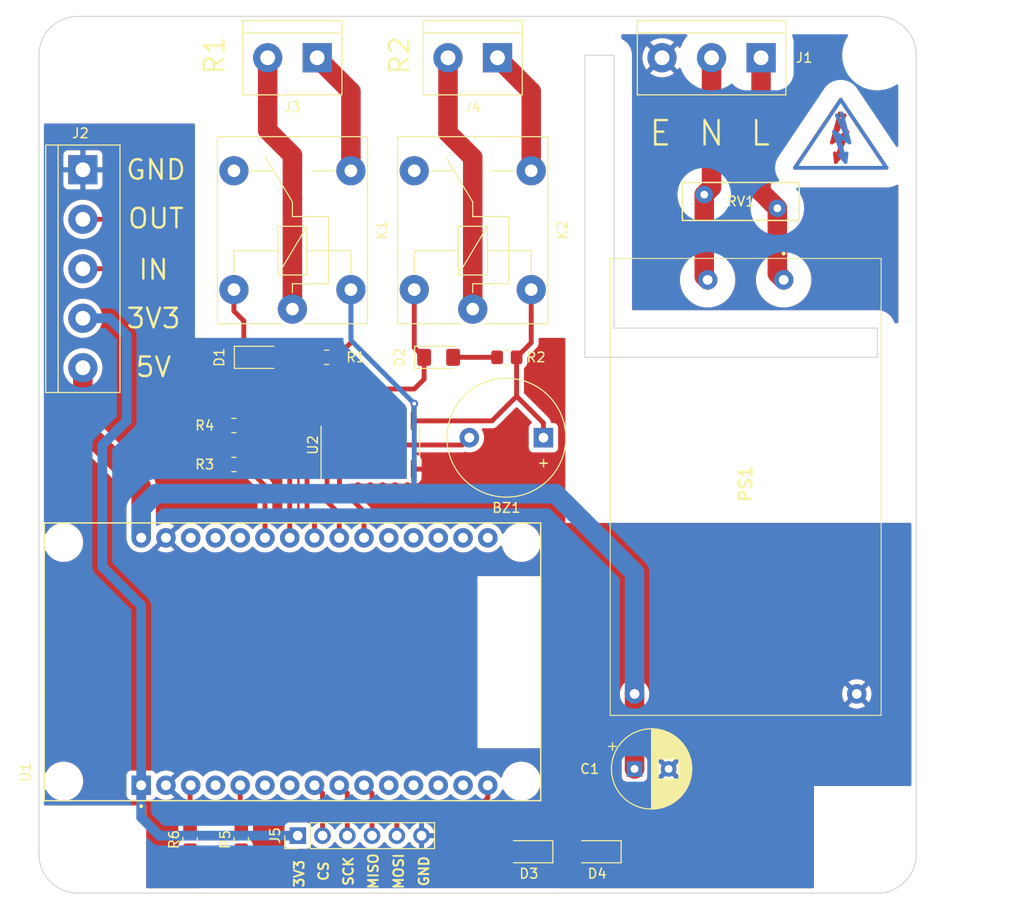
<source format=kicad_pcb>
(kicad_pcb (version 20211014) (generator pcbnew)
  (layers (0 "F.Cu" signal) (31 "B.Cu" signal) (34 "B.Paste" user) (35 "F.Paste" user) (36 "B.SilkS" user "B.Silkscreen") (37 "F.SilkS" user "F.Silkscreen") (38 "B.Mask" user) (39 "F.Mask" user) (44 "Edge.Cuts" user))
  (net 0 "")
  (net 14 "Earth_Clean")
  (net 16 "GND")
  (net 17 "+5V")
  (net 18 "+3V3")
  (net 19 "O2")
  (net 20 "Net-(D1-Pad2)")
  (net 21 "O1")
  (net 22 "Net-(D2-Pad2)")
  (net 23 "O3")
  (net 24 "Net-(J2-Pad3)")
  (net 25 "Net-(J3-Pad1)")
  (net 26 "Net-(J3-Pad2)")
  (net 27 "motorDrive_Input")
  (net 29 "Relay1")
  (net 30 "Relay2")
  (net 31 "Net-(J4-Pad1)")
  (net 40 "Net-(J4-Pad2)")
  (net 41 "Buzz")
  (net 42 "Inp{slash}Out_Pin")
  (net 43 "CS")
  (net 44 "SCK")
  (net 45 "MISO")
  (net 46 "MOSI")
  (net 47 "SDA")
  (net 48 "SCL")
  (net 49 "/N")
  (net 50 "/L")
  (net 51 "Net-(U1-Pad5)")
  (net 52 "Net-(R6-Pad2)")
  (net 53 "Net-(R5-Pad1)")
  (net 54 "Net-(R6-Pad1)")
  (net 55 "Net-(J2-Pad2)")
  (footprint "Resistor_SMD:R_0805_2012Metric_Pad1.20x1.40mm_HandSolder" (layer "F.Cu") (at 70 102 180)
    (fp_text reference "R4" (at 3 0) (layer "F.SilkS"))
    (fp_text value "10R")
    (pad "1" smd roundrect (at -1 0 180) (size 1.2 1.4) (layers "F.Cu" "F.Paste" "F.Mask") (roundrect_rratio 0.2083333333) (net 42 "Inp{slash}Out_Pin"))
    (pad "2" smd roundrect (at 1 0 180) (size 1.2 1.4) (layers "F.Cu" "F.Paste" "F.Mask") (roundrect_rratio 0.2083333333) (net 55 "Net-(J2-Pad2)"))
  )
  (footprint "TerminalBlock:TerminalBlock_bornier-3_P5.08mm" (layer "F.Cu") (at 124.08 64.25 180)
    (fp_text reference "J1" (at -4.42 0) (layer "F.SilkS"))
    (fp_text value "Conn_01x03")
    (pad "1" thru_hole rect (at 0 0 180) (size 3 3) (drill 1.52) (layers *.Cu *.Mask) (net 50 "/L"))
    (pad "2" thru_hole circle (at 5.08 0 180) (size 3 3) (drill 1.52) (layers *.Cu *.Mask) (net 49 "/N"))
    (pad "3" thru_hole circle (at 10.16 0 180) (size 3 3) (drill 1.52) (layers *.Cu *.Mask) (net 14 "Earth_Clean"))
  )
  (footprint "LED_SMD:LED_1206_3216Metric_Pad1.42x1.75mm_HandSolder" (layer "F.Cu") (at 72.5 95)
    (fp_text reference "D1" (at -4 0 90) (layer "F.SilkS"))
    (fp_text value "LED")
    (pad "1" smd roundrect (at -1.4875 0) (size 1.425 1.75) (layers "F.Cu" "F.Paste" "F.Mask") (roundrect_rratio 0.1754392982) (net 21 "O1"))
    (pad "2" smd roundrect (at 1.4875 0) (size 1.425 1.75) (layers "F.Cu" "F.Paste" "F.Mask") (roundrect_rratio 0.1754392982) (net 20 "Net-(D1-Pad2)"))
  )
  (footprint "Connector_PinHeader_2.54mm:PinHeader_1x06_P2.54mm_Vertical" (layer "F.Cu") (at 76.55 144.1 90)
    (fp_text reference "J5" (at 0 -2.33 90) (layer "F.SilkS"))
    (fp_text value "SPI")
    (pad "1" thru_hole rect (at 0 0 90) (size 1.7 1.7) (drill 1) (layers *.Cu *.Mask) (net 18 "+3V3"))
    (pad "2" thru_hole oval (at 0 2.54 90) (size 1.7 1.7) (drill 1) (layers *.Cu *.Mask) (net 43 "CS"))
    (pad "3" thru_hole oval (at 0 5.08 90) (size 1.7 1.7) (drill 1) (layers *.Cu *.Mask) (net 44 "SCK"))
    (pad "4" thru_hole oval (at 0 7.62 90) (size 1.7 1.7) (drill 1) (layers *.Cu *.Mask) (net 45 "MISO"))
    (pad "5" thru_hole oval (at 0 10.16 90) (size 1.7 1.7) (drill 1) (layers *.Cu *.Mask) (net 46 "MOSI"))
    (pad "6" thru_hole oval (at 0 12.7 90) (size 1.7 1.7) (drill 1) (layers *.Cu *.Mask) (net 16 "GND"))
  )
  (footprint "Resistor_SMD:R_0805_2012Metric_Pad1.20x1.40mm_HandSolder" (layer "F.Cu") (at 65.5 144.5 90)
    (fp_text reference "R6" (at 0 -1.65 90) (layer "F.SilkS"))
    (fp_text value "330R")
    (pad "1" smd roundrect (at -1 0 90) (size 1.2 1.4) (layers "F.Cu" "F.Paste" "F.Mask") (roundrect_rratio 0.2083333333) (net 54 "Net-(R6-Pad1)"))
    (pad "2" smd roundrect (at 1 0 90) (size 1.2 1.4) (layers "F.Cu" "F.Paste" "F.Mask") (roundrect_rratio 0.2083333333) (net 52 "Net-(R6-Pad2)"))
  )
  (footprint "Resistor_SMD:R_0805_2012Metric_Pad1.20x1.40mm_HandSolder" (layer "F.Cu") (at 98 95)
    (fp_text reference "R2" (at 3 0) (layer "F.SilkS"))
    (fp_text value "1K")
    (pad "1" smd roundrect (at -1 0) (size 1.2 1.4) (layers "F.Cu" "F.Paste" "F.Mask") (roundrect_rratio 0.2083333333) (net 22 "Net-(D2-Pad2)"))
    (pad "2" smd roundrect (at 1 0) (size 1.2 1.4) (layers "F.Cu" "F.Paste" "F.Mask") (roundrect_rratio 0.2083333333) (net 17 "+5V"))
  )
  (footprint "ESP32-DEVKIT-V1:MODULE_ESP32_DEVKIT_V1" (layer "F.Cu") (at 76 126.2275 90)
    (fp_text reference "U1" (at -11.355 -27.36 90) (layer "F.SilkS"))
    (fp_text value "ESP32-DEVKIT-V1")
    (pad "" np_thru_hole circle (at -12.28 23.475 90) (size 3 3) (drill 3) (layers *.Cu *.Mask))
    (pad "" np_thru_hole circle (at 12.23 23.475 90) (size 3 3) (drill 3) (layers *.Cu *.Mask))
    (pad "" np_thru_hole circle (at 12.23 -23.475 90) (size 3 3) (drill 3) (layers *.Cu *.Mask))
    (pad "" np_thru_hole circle (at -12.28 -23.475 90) (size 3 3) (drill 3) (layers *.Cu *.Mask))
    (pad "1" thru_hole rect (at -12.7 -15.515 90) (size 2 2) (drill 1.02) (layers *.Cu *.Mask) (net 18 "+3V3"))
    (pad "2" thru_hole circle (at -12.7 -12.975 90) (size 2 2) (drill 1.02) (layers *.Cu *.Mask) (net 16 "GND"))
    (pad "3" thru_hole circle (at -12.7 -10.435 90) (size 2 2) (drill 1.02) (layers *.Cu *.Mask) (net 52 "Net-(R6-Pad2)"))
    (pad "4" thru_hole circle (at -12.7 -7.895 90) (size 2 2) (drill 1.02) (layers *.Cu *.Mask))
    (pad "5" thru_hole circle (at -12.7 -5.355 90) (size 2 2) (drill 1.02) (layers *.Cu *.Mask) (net 51 "Net-(U1-Pad5)"))
    (pad "6" thru_hole circle (at -12.7 -2.815 90) (size 2 2) (drill 1.02) (layers *.Cu *.Mask))
    (pad "7" thru_hole circle (at -12.7 -0.275 90) (size 2 2) (drill 1.02) (layers *.Cu *.Mask))
    (pad "8" thru_hole circle (at -12.7 2.265 90) (size 2 2) (drill 1.02) (layers *.Cu *.Mask) (net 43 "CS"))
    (pad "9" thru_hole circle (at -12.7 4.805 90) (size 2 2) (drill 1.02) (layers *.Cu *.Mask) (net 44 "SCK"))
    (pad "10" thru_hole circle (at -12.7 7.345 90) (size 2 2) (drill 1.02) (layers *.Cu *.Mask) (net 45 "MISO"))
    (pad "11" thru_hole circle (at -12.7 9.885 90) (size 2 2) (drill 1.02) (layers *.Cu *.Mask) (net 47 "SDA"))
    (pad "12" thru_hole circle (at -12.7 12.425 90) (size 2 2) (drill 1.02) (layers *.Cu *.Mask))
    (pad "13" thru_hole circle (at -12.7 14.965 90) (size 2 2) (drill 1.02) (layers *.Cu *.Mask))
    (pad "14" thru_hole circle (at -12.7 17.505 90) (size 2 2) (drill 1.02) (layers *.Cu *.Mask) (net 48 "SCL"))
    (pad "15" thru_hole circle (at -12.7 20.045 90) (size 2 2) (drill 1.02) (layers *.Cu *.Mask) (net 46 "MOSI"))
    (pad "16" thru_hole circle (at 12.7 20.045 90) (size 2 2) (drill 1.02) (layers *.Cu *.Mask))
    (pad "17" thru_hole circle (at 12.7 17.505 90) (size 2 2) (drill 1.02) (layers *.Cu *.Mask))
    (pad "18" thru_hole circle (at 12.7 14.965 90) (size 2 2) (drill 1.02) (layers *.Cu *.Mask))
    (pad "19" thru_hole circle (at 12.7 12.425 90) (size 2 2) (drill 1.02) (layers *.Cu *.Mask))
    (pad "20" thru_hole circle (at 12.7 9.885 90) (size 2 2) (drill 1.02) (layers *.Cu *.Mask))
    (pad "21" thru_hole circle (at 12.7 7.345 90) (size 2 2) (drill 1.02) (layers *.Cu *.Mask) (net 30 "Relay2"))
    (pad "22" thru_hole circle (at 12.7 4.805 90) (size 2 2) (drill 1.02) (layers *.Cu *.Mask) (net 29 "Relay1"))
    (pad "23" thru_hole circle (at 12.7 2.265 90) (size 2 2) (drill 1.02) (layers *.Cu *.Mask) (net 41 "Buzz"))
    (pad "24" thru_hole circle (at 12.7 -0.275 90) (size 2 2) (drill 1.02) (layers *.Cu *.Mask) (net 42 "Inp{slash}Out_Pin"))
    (pad "25" thru_hole circle (at 12.7 -2.815 90) (size 2 2) (drill 1.02) (layers *.Cu *.Mask) (net 27 "motorDrive_Input"))
    (pad "26" thru_hole circle (at 12.7 -5.355 90) (size 2 2) (drill 1.02) (layers *.Cu *.Mask))
    (pad "27" thru_hole circle (at 12.7 -7.895 90) (size 2 2) (drill 1.02) (layers *.Cu *.Mask))
    (pad "28" thru_hole circle (at 12.7 -10.435 90) (size 2 2) (drill 1.02) (layers *.Cu *.Mask))
    (pad "29" thru_hole circle (at 12.7 -12.975 90) (size 2 2) (drill 1.02) (layers *.Cu *.Mask) (net 16 "GND"))
    (pad "30" thru_hole circle (at 12.7 -15.515 90) (size 2 2) (drill 1.02) (layers *.Cu *.Mask) (net 17 "+5V"))
    (zone (net 0) (net_name "") (layer "F.Cu") (connect_pads (clearance 0)) (min_thickness 0.01)
      (keepout (tracks not_allowed) (vias not_allowed) (pads not_allowed) (copperpour not_allowed) (footprints allowed))
      (fill (thermal_gap 0.508) (thermal_bridge_width 0.508))
      (polygon (pts (xy 94.985 135.1375) (xy 94.985 117.4475) (xy 101.475 117.4475) (xy 101.475 135.1375)))
    )
    (zone (net 0) (net_name "") (layer "B.Cu") (connect_pads (clearance 0)) (min_thickness 0.01)
      (keepout (tracks not_allowed) (vias not_allowed) (pads not_allowed) (copperpour not_allowed) (footprints allowed))
      (fill (thermal_gap 0.508) (thermal_bridge_width 0.508))
      (polygon (pts (xy 94.985 135.1375) (xy 94.985 117.4475) (xy 101.475 117.4475) (xy 101.475 135.1375)))
    )
  )
  (footprint "Capacitor_THT:CP_Radial_D8.0mm_P3.50mm" (layer "F.Cu") (at 111.097349 137.25)
    (fp_text reference "C1" (at -4.597349 0) (layer "F.SilkS"))
    (fp_text value "220uF")
    (pad "1" thru_hole rect (at 0 0) (size 1.6 1.6) (drill 0.8) (layers *.Cu *.Mask) (net 17 "+5V"))
    (pad "2" thru_hole circle (at 3.5 0) (size 1.6 1.6) (drill 0.8) (layers *.Cu *.Mask) (net 16 "GND"))
  )
  (footprint "MountingHole:MountingHole_3.5mm" (layer "F.Cu") (at 136 146)
    (fp_text reference "H2" hide)
    (fp_text value "MountingHole")
    (pad "" np_thru_hole circle (at 0 0) (size 3.5 3.5) (drill 3.5) (layers *.Cu *.Mask))
  )
  (footprint "Varistor:RV_Disc_D12mm_W3.9mm_P7.5mm" (layer "F.Cu") (at 125.75 79.7 180)
    (fp_text reference "RV1" (at 3.75 0.7) (layer "F.SilkS"))
    (fp_text value "Varistor")
    (pad "1" thru_hole circle (at 0 0 180) (size 1.8 1.8) (drill 0.8) (layers *.Cu *.Mask) (net 50 "/L"))
    (pad "2" thru_hole circle (at 7.5 1.4 180) (size 1.8 1.8) (drill 0.8) (layers *.Cu *.Mask) (net 49 "/N"))
  )
  (footprint "Relay_THT:Relay_SPDT_Finder_36.11" (layer "F.Cu") (at 94.5 90.05 90)
    (fp_text reference "K2" (at 8.1 9.2 90) (layer "F.SilkS"))
    (fp_text value "FINDER-36.11")
    (pad "11" thru_hole circle (at 0 0 90) (size 3 3) (drill 1.3) (layers *.Cu *.Mask) (net 40 "Net-(J4-Pad2)"))
    (pad "12" thru_hole circle (at 14.2 -6 90) (size 3 3) (drill 1.3) (layers *.Cu *.Mask))
    (pad "14" thru_hole circle (at 14.2 6 90) (size 3 3) (drill 1.3) (layers *.Cu *.Mask) (net 31 "Net-(J4-Pad1)"))
    (pad "A1" thru_hole circle (at 2 6 90) (size 3 3) (drill 1.3) (layers *.Cu *.Mask) (net 17 "+5V"))
    (pad "A2" thru_hole circle (at 2 -6 90) (size 3 3) (drill 1.3) (layers *.Cu *.Mask) (net 19 "O2"))
  )
  (footprint "LED_SMD:LED_1206_3216Metric_Pad1.42x1.75mm_HandSolder" (layer "F.Cu") (at 91 95)
    (fp_text reference "D2" (at -4 0 90) (layer "F.SilkS"))
    (fp_text value "LED")
    (pad "1" smd roundrect (at -1.4875 0) (size 1.425 1.75) (layers "F.Cu" "F.Paste" "F.Mask") (roundrect_rratio 0.1754392982) (net 19 "O2"))
    (pad "2" smd roundrect (at 1.4875 0) (size 1.425 1.75) (layers "F.Cu" "F.Paste" "F.Mask") (roundrect_rratio 0.1754392982) (net 22 "Net-(D2-Pad2)"))
  )
  (footprint "MountingHole:MountingHole_3.5mm" (layer "F.Cu") (at 54 146)
    (fp_text reference "H4" hide)
    (fp_text value "MountingHole")
    (pad "" np_thru_hole circle (at 0 0) (size 3.5 3.5) (drill 3.5) (layers *.Cu *.Mask))
  )
  (footprint "LED_SMD:LED_1206_3216Metric_Pad1.42x1.75mm_HandSolder" (layer "F.Cu") (at 107.2625 145.75 180)
    (fp_text reference "D4" (at 0 -2.25) (layer "F.SilkS"))
    (fp_text value "LED")
    (pad "1" smd roundrect (at -1.4875 0 180) (size 1.425 1.75) (layers "F.Cu" "F.Paste" "F.Mask") (roundrect_rratio 0.1754392982) (net 16 "GND"))
    (pad "2" smd roundrect (at 1.4875 0 180) (size 1.425 1.75) (layers "F.Cu" "F.Paste" "F.Mask") (roundrect_rratio 0.1754392982) (net 54 "Net-(R6-Pad1)"))
  )
  (footprint "MountingHole:MountingHole_3.5mm" (layer "F.Cu") (at 136 64)
    (fp_text reference "H3" hide)
    (fp_text value "MountingHole")
    (pad "" np_thru_hole circle (at 0 0) (size 3.5 3.5) (drill 3.5) (layers *.Cu *.Mask))
  )
  (footprint "MountingHole:MountingHole_3.5mm" (layer "F.Cu") (at 54 64)
    (fp_text reference "H1" hide)
    (fp_text value "MountingHole")
    (pad "" np_thru_hole circle (at 0 0) (size 3.5 3.5) (drill 3.5) (layers *.Cu *.Mask))
  )
  (footprint "Resistor_SMD:R_0805_2012Metric_Pad1.20x1.40mm_HandSolder" (layer "F.Cu") (at 70 106 180)
    (fp_text reference "R3" (at 3 0) (layer "F.SilkS"))
    (fp_text value "10R")
    (pad "1" smd roundrect (at -1 0 180) (size 1.2 1.4) (layers "F.Cu" "F.Paste" "F.Mask") (roundrect_rratio 0.2083333333) (net 27 "motorDrive_Input"))
    (pad "2" smd roundrect (at 1 0 180) (size 1.2 1.4) (layers "F.Cu" "F.Paste" "F.Mask") (roundrect_rratio 0.2083333333) (net 24 "Net-(J2-Pad3)"))
  )
  (footprint "Package_SO:SOIC-16_3.9x9.9mm_P1.27mm" (layer "F.Cu") (at 84 104 90)
    (fp_text reference "U2" (at 0 -5.9 90) (layer "F.SilkS"))
    (fp_text value "ULN2003A")
    (pad "1" smd roundrect (at -2.475 -4.445 90) (size 1.95 0.6) (layers "F.Cu" "F.Paste" "F.Mask") (net 29 "Relay1"))
    (pad "2" smd roundrect (at -2.475 -3.175 90) (size 1.95 0.6) (layers "F.Cu" "F.Paste" "F.Mask") (net 30 "Relay2"))
    (pad "3" smd roundrect (at -2.475 -1.905 90) (size 1.95 0.6) (layers "F.Cu" "F.Paste" "F.Mask") (net 41 "Buzz"))
    (pad "4" smd roundrect (at -2.475 -0.635 90) (size 1.95 0.6) (layers "F.Cu" "F.Paste" "F.Mask"))
    (pad "5" smd roundrect (at -2.475 0.635 90) (size 1.95 0.6) (layers "F.Cu" "F.Paste" "F.Mask"))
    (pad "6" smd roundrect (at -2.475 1.905 90) (size 1.95 0.6) (layers "F.Cu" "F.Paste" "F.Mask"))
    (pad "7" smd roundrect (at -2.475 3.175 90) (size 1.95 0.6) (layers "F.Cu" "F.Paste" "F.Mask"))
    (pad "8" smd roundrect (at -2.475 4.445 90) (size 1.95 0.6) (layers "F.Cu" "F.Paste" "F.Mask") (net 16 "GND"))
    (pad "9" smd roundrect (at 2.475 4.445 90) (size 1.95 0.6) (layers "F.Cu" "F.Paste" "F.Mask") (net 17 "+5V"))
    (pad "10" smd roundrect (at 2.475 3.175 90) (size 1.95 0.6) (layers "F.Cu" "F.Paste" "F.Mask"))
    (pad "11" smd roundrect (at 2.475 1.905 90) (size 1.95 0.6) (layers "F.Cu" "F.Paste" "F.Mask"))
    (pad "12" smd roundrect (at 2.475 0.635 90) (size 1.95 0.6) (layers "F.Cu" "F.Paste" "F.Mask"))
    (pad "13" smd roundrect (at 2.475 -0.635 90) (size 1.95 0.6) (layers "F.Cu" "F.Paste" "F.Mask"))
    (pad "14" smd roundrect (at 2.475 -1.905 90) (size 1.95 0.6) (layers "F.Cu" "F.Paste" "F.Mask") (net 23 "O3"))
    (pad "15" smd roundrect (at 2.475 -3.175 90) (size 1.95 0.6) (layers "F.Cu" "F.Paste" "F.Mask") (net 19 "O2"))
    (pad "16" smd roundrect (at 2.475 -4.445 90) (size 1.95 0.6) (layers "F.Cu" "F.Paste" "F.Mask") (net 21 "O1"))
  )
  (footprint "Buzzer_Beeper:Buzzer_12x9.5RM7.6" (layer "F.Cu") (at 101.75 103.25 180)
    (fp_text reference "BZ1" (at 3.8 -7.2) (layer "F.SilkS"))
    (fp_text value "Buzzer")
    (fp_text user "+" (at -0.01 -2.54) (layer "F.SilkS"))
    (pad "1" thru_hole rect (at 0 0 180) (size 2 2) (drill 1) (layers *.Cu *.Mask) (net 17 "+5V"))
    (pad "2" thru_hole circle (at 7.6 0 180) (size 2 2) (drill 1) (layers *.Cu *.Mask) (net 23 "O3"))
  )
  (footprint "Resistor_SMD:R_0805_2012Metric_Pad1.20x1.40mm_HandSolder" (layer "F.Cu") (at 79.5 95)
    (fp_text reference "R1" (at 3 0) (layer "F.SilkS"))
    (fp_text value "1K")
    (pad "1" smd roundrect (at -1 0) (size 1.2 1.4) (layers "F.Cu" "F.Paste" "F.Mask") (roundrect_rratio 0.2083333333) (net 20 "Net-(D1-Pad2)"))
    (pad "2" smd roundrect (at 1 0) (size 1.2 1.4) (layers "F.Cu" "F.Paste" "F.Mask") (roundrect_rratio 0.2083333333) (net 17 "+5V"))
  )
  (footprint "LED_SMD:LED_1206_3216Metric_Pad1.42x1.75mm_HandSolder" (layer "F.Cu") (at 100.2625 145.75 180)
    (fp_text reference "D3" (at 0 -2.25) (layer "F.SilkS"))
    (fp_text value "LED")
    (pad "1" smd roundrect (at -1.4875 0 180) (size 1.425 1.75) (layers "F.Cu" "F.Paste" "F.Mask") (roundrect_rratio 0.1754392982) (net 16 "GND"))
    (pad "2" smd roundrect (at 1.4875 0 180) (size 1.425 1.75) (layers "F.Cu" "F.Paste" "F.Mask") (roundrect_rratio 0.1754392982) (net 53 "Net-(R5-Pad1)"))
  )
  (footprint "Relay_THT:Relay_SPDT_Finder_36.11" (layer "F.Cu") (at 76 90.05 90)
    (fp_text reference "K1" (at 8.1 9.2 90) (layer "F.SilkS"))
    (fp_text value "FINDER-36.11")
    (pad "11" thru_hole circle (at 0 0 90) (size 3 3) (drill 1.3) (layers *.Cu *.Mask) (net 26 "Net-(J3-Pad2)"))
    (pad "12" thru_hole circle (at 14.2 -6 90) (size 3 3) (drill 1.3) (layers *.Cu *.Mask))
    (pad "14" thru_hole circle (at 14.2 6 90) (size 3 3) (drill 1.3) (layers *.Cu *.Mask) (net 25 "Net-(J3-Pad1)"))
    (pad "A1" thru_hole circle (at 2 6 90) (size 3 3) (drill 1.3) (layers *.Cu *.Mask) (net 17 "+5V"))
    (pad "A2" thru_hole circle (at 2 -6 90) (size 3 3) (drill 1.3) (layers *.Cu *.Mask) (net 21 "O1"))
  )
  (footprint "TerminalBlock:TerminalBlock_bornier-2_P5.08mm" (layer "F.Cu") (at 97.04 64.25 180)
    (fp_text reference "J4" (at 2.54 -5.08) (layer "F.SilkS"))
    (fp_text value "Conn_01x02")
    (pad "1" thru_hole rect (at 0 0 180) (size 3 3) (drill 1.52) (layers *.Cu *.Mask) (net 31 "Net-(J4-Pad1)"))
    (pad "2" thru_hole circle (at 5.08 0 180) (size 3 3) (drill 1.52) (layers *.Cu *.Mask) (net 40 "Net-(J4-Pad2)"))
  )
  (footprint "Symbol:Symbol_HighVoltage_Type2_CopperTop_VerySmall" (layer "F.Cu") (at 132.25 72.75)
    (fp_text reference "REF**" hide)
    (fp_text value "Symbol_HighVoltage_Type2_CopperTop_VerySmall")
    (fp_line (start 4.699 2.794) (end -4.699 2.794) (layer "F.Cu") (width 0.381))
    (fp_line (start -0.89916 0.20066) (end 0.40132 -2.60096) (layer "F.Cu") (width 0.381))
    (fp_line (start -0.09906 -2.79908) (end -0.89916 0.20066) (layer "F.Cu") (width 0.381))
    (fp_line (start -0.89916 0.20066) (end 0.29972 -0.59944) (layer "F.Cu") (width 0.381))
    (fp_line (start 0.29972 -0.59944) (end -0.49784 2.19964) (layer "F.Cu") (width 0.381))
    (fp_line (start -0.49784 2.19964) (end -0.59944 1.30048) (layer "F.Cu") (width 0.381))
    (fp_line (start -0.49784 2.19964) (end 0.70104 -0.89916) (layer "F.Cu") (width 0.381))
    (fp_line (start -4.699 2.794) (end 0 -4.191) (layer "F.Cu") (width 0.381))
    (fp_line (start 0.70104 -0.89916) (end 0.1016 -0.50038) (layer "F.Cu") (width 0.381))
    (fp_line (start -0.49784 2.19964) (end 0.1016 1.50114) (layer "F.Cu") (width 0.381))
    (fp_line (start 0 -4.191) (end 4.699 2.794) (layer "F.Cu") (width 0.381))
  )
  (footprint "TerminalBlock:TerminalBlock_bornier-5_P5.08mm" (layer "F.Cu") (at 54.5 75.75 -90)
    (fp_text reference "J2" (at -3.75 0.25 180) (layer "F.SilkS"))
    (fp_text value "Conn_01x05")
    (pad "1" thru_hole rect (at 0 0 270) (size 3 3) (drill 1.52) (layers *.Cu *.Mask) (net 16 "GND"))
    (pad "2" thru_hole circle (at 5.08 0 270) (size 3 3) (drill 1.52) (layers *.Cu *.Mask) (net 55 "Net-(J2-Pad2)"))
    (pad "3" thru_hole circle (at 10.16 0 270) (size 3 3) (drill 1.52) (layers *.Cu *.Mask) (net 24 "Net-(J2-Pad3)"))
    (pad "4" thru_hole circle (at 15.24 0 270) (size 3 3) (drill 1.52) (layers *.Cu *.Mask) (net 18 "+3V3"))
    (pad "5" thru_hole circle (at 20.32 0 270) (size 3 3) (drill 1.52) (layers *.Cu *.Mask) (net 17 "+5V"))
  )
  (footprint "HLK-10M05:HLK10M05" (layer "F.Cu") (at 126.4 87.05 -90)
    (fp_text reference "PS1" (at 20.95 3.9 90) (layer "F.SilkS") (effects (font (size 1.27 1.27) (thickness 0.254))))
    (fp_text value "HLK-10M05" hide)
    (pad "1" thru_hole circle (at 0 0 270) (size 2 2) (drill 1) (layers *.Cu *.Mask) (net 50 "/L"))
    (pad "2" thru_hole circle (at 0 7.8 270) (size 2 2) (drill 1) (layers *.Cu *.Mask) (net 49 "/N"))
    (pad "3" thru_hole circle (at 42.5 -7.5 270) (size 2 2) (drill 1) (layers *.Cu *.Mask) (net 16 "GND"))
    (pad "4" thru_hole circle (at 42.5 15.3 270) (size 2 2) (drill 1) (layers *.Cu *.Mask) (net 17 "+5V"))
  )
  (footprint "Resistor_SMD:R_0805_2012Metric_Pad1.20x1.40mm_HandSolder" (layer "F.Cu") (at 70.75 144.5 90)
    (fp_text reference "R5" (at 0 -1.65 90) (layer "F.SilkS"))
    (fp_text value "330R")
    (pad "1" smd roundrect (at -1 0 90) (size 1.2 1.4) (layers "F.Cu" "F.Paste" "F.Mask") (roundrect_rratio 0.2083333333) (net 53 "Net-(R5-Pad1)"))
    (pad "2" smd roundrect (at 1 0 90) (size 1.2 1.4) (layers "F.Cu" "F.Paste" "F.Mask") (roundrect_rratio 0.2083333333) (net 51 "Net-(U1-Pad5)"))
  )
  (footprint "TerminalBlock:TerminalBlock_bornier-2_P5.08mm" (layer "F.Cu") (at 78.54 64.25 180)
    (fp_text reference "J3" (at 2.54 -5.08) (layer "F.SilkS"))
    (fp_text value "Conn_01x02")
    (pad "1" thru_hole rect (at 0 0 180) (size 3 3) (drill 1.52) (layers *.Cu *.Mask) (net 25 "Net-(J3-Pad1)"))
    (pad "2" thru_hole circle (at 5.08 0 180) (size 3 3) (drill 1.52) (layers *.Cu *.Mask) (net 26 "Net-(J3-Pad2)"))
  )
  (footprint "Symbol:Symbol_HighVoltage_Type2_CopperTop_VerySmall" (layer "B.Cu") (at 132.25 72.75 180)
    (fp_text reference "REF**" hide)
    (fp_text value "Symbol_HighVoltage_Type2_CopperTop_VerySmall")
    (fp_line (start -0.49784 -2.19964) (end 0.1016 -1.50114) (layer "B.Cu") (width 0.381))
    (fp_line (start -0.09906 2.79908) (end -0.89916 -0.20066) (layer "B.Cu") (width 0.381))
    (fp_line (start -4.699 -2.794) (end 0 4.191) (layer "B.Cu") (width 0.381))
    (fp_line (start -0.89916 -0.20066) (end 0.29972 0.59944) (layer "B.Cu") (width 0.381))
    (fp_line (start 0.29972 0.59944) (end -0.49784 -2.19964) (layer "B.Cu") (width 0.381))
    (fp_line (start 0 4.191) (end 4.699 -2.794) (layer "B.Cu") (width 0.381))
    (fp_line (start -0.49784 -2.19964) (end 0.70104 0.89916) (layer "B.Cu") (width 0.381))
    (fp_line (start 0.70104 0.89916) (end 0.1016 0.50038) (layer "B.Cu") (width 0.381))
    (fp_line (start 4.699 -2.794) (end -4.699 -2.794) (layer "B.Cu") (width 0.381))
    (fp_line (start -0.49784 -2.19964) (end -0.59944 -1.30048) (layer "B.Cu") (width 0.381))
    (fp_line (start -0.89916 -0.20066) (end 0.40132 2.60096) (layer "B.Cu") (width 0.381))
  )
  (gr_line (start 106 64) (end 109 64) (layer "Edge.Cuts") (width 0.1))
  (gr_arc (start 54 150) (mid 51.171573 148.828427) (end 50 146) (layer "Edge.Cuts") (width 0.1))
  (gr_arc (start 50 64) (mid 51.171573 61.171573) (end 54 60) (layer "Edge.Cuts") (width 0.1))
  (gr_arc (start 140 146) (mid 138.828427 148.828427) (end 136 150) (layer "Edge.Cuts") (width 0.1))
  (gr_line (start 136 92) (end 136 95) (layer "Edge.Cuts") (width 0.1))
  (gr_line (start 109 64) (end 109 92) (layer "Edge.Cuts") (width 0.1))
  (gr_line (start 106 95) (end 106 64) (layer "Edge.Cuts") (width 0.1))
  (gr_line (start 54 60) (end 136 60) (layer "Edge.Cuts") (width 0.1))
  (gr_line (start 136 150) (end 54 150) (layer "Edge.Cuts") (width 0.1))
  (gr_line (start 50 146) (end 50 64) (layer "Edge.Cuts") (width 0.1))
  (gr_line (start 140 64) (end 140 146) (layer "Edge.Cuts") (width 0.1))
  (gr_line (start 109 92) (end 136 92) (layer "Edge.Cuts") (width 0.1))
  (gr_arc (start 136 60) (mid 138.828427 61.171573) (end 140 64) (layer "Edge.Cuts") (width 0.1))
  (gr_line (start 136 95) (end 106 95) (layer "Edge.Cuts") (width 0.1))
  (gr_text "E" (at 113.75 72) (layer "F.SilkS") (effects (font (size 2.5 2.5) (thickness 0.25))))
  (gr_text "MOSI" (at 86.9 147.75 90) (layer "F.SilkS") (effects (font (size 1 1) (thickness 0.2))))
  (gr_text "OUT" (at 62 80.75) (layer "F.SilkS") (effects (font (size 2 2) (thickness 0.25))))
  (gr_text "IN" (at 61.75 86) (layer "F.SilkS") (effects (font (size 2 2) (thickness 0.25))))
  (gr_text "GND" (at 89.5 147.75 90) (layer "F.SilkS") (effects (font (size 1 1) (thickness 0.2))))
  (gr_text "N" (at 119 72) (layer "F.SilkS") (effects (font (size 2.5 2.5) (thickness 0.25))))
  (gr_text "3V3" (at 76.7 148 90) (layer "F.SilkS") (effects (font (size 1 1) (thickness 0.2))))
  (gr_text "MISO" (at 84.3 147.75 90) (layer "F.SilkS") (effects (font (size 1 1) (thickness 0.2))))
  (gr_text "L" (at 124 72) (layer "F.SilkS") (effects (font (size 2.5 2.5) (thickness 0.25))))
  (gr_text "3V3" (at 61.75 91) (layer "F.SilkS") (effects (font (size 2 2) (thickness 0.25))))
  (gr_text "SCK" (at 81.75 147.75 90) (layer "F.SilkS") (effects (font (size 1 1) (thickness 0.2))))
  (gr_text "R2" (at 87 64 90) (layer "F.SilkS") (effects (font (size 2 2) (thickness 0.25))))
  (gr_text "GND" (at 62 75.75) (layer "F.SilkS") (effects (font (size 2 2) (thickness 0.25))))
  (gr_text "5V" (at 61.75 96) (layer "F.SilkS") (effects (font (size 2 2) (thickness 0.25))))
  (gr_text "R1" (at 68 64 90) (layer "F.SilkS") (effects (font (size 2 2) (thickness 0.25))))
  (gr_text "CS" (at 79.2 147.75 90) (layer "F.SilkS") (effects (font (size 1 1) (thickness 0.2))))
  (segment (start 99 95) (end 99 99) (width 0.5) (layer "F.Cu") (net 17))
  (segment (start 88.445 99.805) (end 88.5 99.75) (width 0.5) (layer "F.Cu") (net 17))
  (segment (start 111.1 129.55) (end 111.1 137.247349) (width 2) (layer "F.Cu") (net 17))
  (segment (start 111.1 137.247349) (end 111.097349 137.25) (width 2) (layer "F.Cu") (net 17))
  (segment (start 80.5 95) (end 82 93.5) (width 0.5) (layer "F.Cu") (net 17))
  (segment (start 101.75 101.75) (end 99 99) (width 0.5) (layer "F.Cu") (net 17))
  (segment (start 54.5 102.25) (end 54.5 96.07) (width 2) (layer "F.Cu") (net 17))
  (segment (start 96.475 101.525) (end 88.445 101.525) (width 0.5) (layer "F.Cu") (net 17))
  (segment (start 100.5 93.5) (end 100.5 88.05) (width 0.5) (layer "F.Cu") (net 17))
  (segment (start 60.485 108.235) (end 54.5 102.25) (width 2) (layer "F.Cu") (net 17))
  (segment (start 82 93.5) (end 82 88.05) (width 0.5) (layer "F.Cu") (net 17))
  (segment (start 99 99) (end 96.475 101.525) (width 0.5) (layer "F.Cu") (net 17))
  (segment (start 88.445 101.525) (end 88.445 99.805) (width 0.5) (layer "F.Cu") (net 17))
  (segment (start 101.75 103.25) (end 101.75 101.75) (width 0.5) (layer "F.Cu") (net 17))
  (segment (start 99 95) (end 100.5 93.5) (width 0.5) (layer "F.Cu") (net 17))
  (segment (start 60.485 113.5275) (end 60.485 108.235) (width 2) (layer "F.Cu") (net 17))
  (via (at 88.5 99.75) (size 0.8) (drill 0.4) (layers "F.Cu" "B.Cu") (net 17))
  (segment (start 82 93.25) (end 82 88.05) (width 0.5) (layer "B.Cu") (net 17))
  (segment (start 103 109) (end 111.1 117.1) (width 2) (layer "B.Cu") (net 17))
  (segment (start 62 109) (end 89 109) (width 2) (layer "B.Cu") (net 17))
  (segment (start 111.1 117.1) (end 111.1 129.55) (width 2) (layer "B.Cu") (net 17))
  (segment (start 60.485 113.5275) (end 60.485 110.515) (width 2) (layer "B.Cu") (net 17))
  (segment (start 88.5 99.75) (end 88.5 108.5) (width 0.5) (layer "B.Cu") (net 17))
  (segment (start 88.5 99.75) (end 82 93.25) (width 0.5) (layer "B.Cu") (net 17))
  (segment (start 88.5 108.5) (end 89 109) (width 0.5) (layer "B.Cu") (net 17))
  (segment (start 89 109) (end 103 109) (width 2) (layer "B.Cu") (net 17))
  (segment (start 60.485 110.515) (end 62 109) (width 2) (layer "B.Cu") (net 17))
  (segment (start 56.5 116.5) (end 56.5 104) (width 1) (layer "B.Cu") (net 18))
  (segment (start 59 101.5) (end 59 92.75) (width 1) (layer "B.Cu") (net 18))
  (segment (start 60.485 138.9275) (end 60.485 120.485) (width 1) (layer "B.Cu") (net 18))
  (segment (start 56.5 104) (end 59 101.5) (width 1) (layer "B.Cu") (net 18))
  (segment (start 57.24 90.99) (end 54.5 90.99) (width 1) (layer "B.Cu") (net 18))
  (segment (start 60.485 142.235) (end 60.485 138.9275) (width 1) (layer "B.Cu") (net 18))
  (segment (start 62.35 144.1) (end 60.485 142.235) (width 1) (layer "B.Cu") (net 18))
  (segment (start 60.485 120.485) (end 56.5 116.5) (width 1) (layer "B.Cu") (net 18))
  (segment (start 76.55 144.1) (end 62.35 144.1) (width 1) (layer "B.Cu") (net 18))
  (segment (start 59 92.75) (end 57.24 90.99) (width 1) (layer "B.Cu") (net 18))
  (segment (start 89.5125 95) (end 88.5 93.9875) (width 0.5) (layer "F.Cu") (net 19))
  (segment (start 88.5 93.9875) (end 88.5 88.05) (width 0.5) (layer "F.Cu") (net 19))
  (segment (start 81.75 98.25) (end 88.5 98.25) (width 0.5) (layer "F.Cu") (net 19))
  (segment (start 80.825 99.175) (end 81.75 98.25) (width 0.5) (layer "F.Cu") (net 19))
  (segment (start 80.825 101.525) (end 80.825 99.175) (width 0.5) (layer "F.Cu") (net 19))
  (segment (start 88.5 98.25) (end 89.5125 97.2375) (width 0.5) (layer "F.Cu") (net 19))
  (segment (start 89.5125 97.2375) (end 89.5125 95) (width 0.5) (layer "F.Cu") (net 19))
  (segment (start 73.9875 95) (end 78.5 95) (width 0.5) (layer "F.Cu") (net 20))
  (segment (start 71.0125 95) (end 71.0125 91.2625) (width 0.5) (layer "F.Cu") (net 21))
  (segment (start 70 90.25) (end 70 88.05) (width 0.5) (layer "F.Cu") (net 21))
  (segment (start 71.0125 97.0125) (end 71.0125 95) (width 0.5) (layer "F.Cu") (net 21))
  (segment (start 71.0125 91.2625) (end 70 90.25) (width 0.5) (layer "F.Cu") (net 21))
  (segment (start 79.555 99.305) (end 78.5 98.25) (width 0.5) (layer "F.Cu") (net 21))
  (segment (start 79.555 101.525) (end 79.555 99.305) (width 0.5) (layer "F.Cu") (net 21))
  (segment (start 72.25 98.25) (end 71.0125 97.0125) (width 0.5) (layer "F.Cu") (net 21))
  (segment (start 78.5 98.25) (end 72.25 98.25) (width 0.5) (layer "F.Cu") (net 21))
  (segment (start 92.4875 95) (end 97 95) (width 0.5) (layer "F.Cu") (net 22))
  (segment (start 82.095 103.095) (end 83 104) (width 0.5) (layer "F.Cu") (net 23))
  (segment (start 93.4 104) (end 94.15 103.25) (width 0.5) (layer "F.Cu") (net 23))
  (segment (start 83 104) (end 93.4 104) (width 0.5) (layer "F.Cu") (net 23))
  (segment (start 82.095 101.525) (end 82.095 103.095) (width 0.5) (layer "F.Cu") (net 23))
  (segment (start 62 103.25) (end 62 89.25) (width 0.5) (layer "F.Cu") (net 24))
  (segment (start 58.66 85.91) (end 54.5 85.91) (width 0.5) (layer "F.Cu") (net 24))
  (segment (start 62 89.25) (end 58.66 85.91) (width 0.5) (layer "F.Cu") (net 24))
  (segment (start 64.75 106) (end 62 103.25) (width 0.5) (layer "F.Cu") (net 24))
  (segment (start 69 106) (end 64.75 106) (width 0.5) (layer "F.Cu") (net 24))
  (segment (start 82 75.85) (end 82 67.71) (width 2) (layer "F.Cu") (net 25))
  (segment (start 82 67.71) (end 78.54 64.25) (width 2) (layer "F.Cu") (net 25))
  (segment (start 76 90.05) (end 76 74.25) (width 2) (layer "F.Cu") (net 26))
  (segment (start 76 74.25) (end 73.46 71.71) (width 2) (layer "F.Cu") (net 26))
  (segment (start 73.46 71.71) (end 73.46 64.25) (width 2) (layer "F.Cu") (net 26))
  (segment (start 73.185 108.185) (end 73.185 113.5275) (width 0.5) (layer "F.Cu") (net 27))
  (segment (start 71 106) (end 73.185 108.185) (width 0.5) (layer "F.Cu") (net 27))
  (segment (start 79.555 109.805) (end 80.805 111.055) (width 0.5) (layer "F.Cu") (net 29))
  (segment (start 80.805 111.055) (end 80.805 113.5275) (width 0.5) (layer "F.Cu") (net 29))
  (segment (start 79.555 106.475) (end 79.555 109.805) (width 0.5) (layer "F.Cu") (net 29))
  (segment (start 80.825 106.475) (end 80.825 108.325) (width 0.5) (layer "F.Cu") (net 30))
  (segment (start 83.345 110.845) (end 83.345 113.5275) (width 0.5) (layer "F.Cu") (net 30))
  (segment (start 80.825 108.325) (end 83.345 110.845) (width 0.5) (layer "F.Cu") (net 30))
  (segment (start 100.5 67.71) (end 97.04 64.25) (width 2) (layer "F.Cu") (net 31))
  (segment (start 100.5 75.85) (end 100.5 67.71) (width 2) (layer "F.Cu") (net 31))
  (segment (start 94.5 90.05) (end 94.5 74.5) (width 2) (layer "F.Cu") (net 40))
  (segment (start 91.96 71.96) (end 91.96 64.25) (width 2) (layer "F.Cu") (net 40))
  (segment (start 94.5 74.5) (end 91.96 71.96) (width 2) (layer "F.Cu") (net 40))
  (segment (start 81 104) (end 82.095 105.095) (width 0.5) (layer "F.Cu") (net 41))
  (segment (start 78.265 111.515) (end 77.5 110.75) (width 0.5) (layer "F.Cu") (net 41))
  (segment (start 78.25 104) (end 81 104) (width 0.5) (layer "F.Cu") (net 41))
  (segment (start 78.265 113.5275) (end 78.265 111.515) (width 0.5) (layer "F.Cu") (net 41))
  (segment (start 82.095 105.095) (end 82.095 106.475) (width 0.5) (layer "F.Cu") (net 41))
  (segment (start 77.5 104.75) (end 78.25 104) (width 0.5) (layer "F.Cu") (net 41))
  (segment (start 77.5 110.75) (end 77.5 104.75) (width 0.5) (layer "F.Cu") (net 41))
  (segment (start 75.725 106.725) (end 75.725 113.5275) (width 0.5) (layer "F.Cu") (net 42))
  (segment (start 71 102) (end 75.725 106.725) (width 0.5) (layer "F.Cu") (net 42))
  (segment (start 79.09 144.1) (end 79.09 139.7525) (width 0.5) (layer "F.Cu") (net 43))
  (segment (start 79.09 139.7525) (end 78.265 138.9275) (width 0.5) (layer "F.Cu") (net 43))
  (segment (start 81.63 139.7525) (end 80.805 138.9275) (width 0.5) (layer "F.Cu") (net 44))
  (segment (start 81.63 144.1) (end 81.63 139.7525) (width 0.5) (layer "F.Cu") (net 44))
  (segment (start 84.17 144.1) (end 84.17 139.7525) (width 0.5) (layer "F.Cu") (net 45))
  (segment (start 84.17 139.7525) (end 83.345 138.9275) (width 0.5) (layer "F.Cu") (net 45))
  (segment (start 86.71 144.1) (end 86.71 142.29) (width 0.5) (layer "F.Cu") (net 46))
  (segment (start 96.045 140.205) (end 96.045 138.9275) (width 0.5) (layer "F.Cu") (net 46))
  (segment (start 94.75 141.5) (end 96.045 140.205) (width 0.5) (layer "F.Cu") (net 46))
  (segment (start 86.71 142.29) (end 87.5 141.5) (width 0.5) (layer "F.Cu") (net 46))
  (segment (start 87.5 141.5) (end 94.75 141.5) (width 0.5) (layer "F.Cu") (net 46))
  (segment (start 119 77.55) (end 118.25 78.3) (width 2) (layer "F.Cu") (net 49))
  (segment (start 118.25 78.3) (end 118.25 86.7) (width 2) (layer "F.Cu") (net 49))
  (segment (start 118.25 86.7) (end 118.6 87.05) (width 2) (layer "F.Cu") (net 49))
  (segment (start 119 64.25) (end 119 77.55) (width 2) (layer "F.Cu") (net 49))
  (segment (start 124.08 64.25) (end 124.08 78.03) (width 2) (layer "F.Cu") (net 50))
  (segment (start 124.08 78.03) (end 125.75 79.7) (width 2) (layer "F.Cu") (net 50))
  (segment (start 125.75 86.4) (end 126.4 87.05) (width 2) (layer "F.Cu") (net 50))
  (segment (start 125.75 79.7) (end 125.75 86.4) (width 2) (layer "F.Cu") (net 50))
  (segment (start 70.645 138.9275) (end 70.645 143.395) (width 0.5) (layer "F.Cu") (net 51))
  (segment (start 70.645 143.395) (end 70.75 143.5) (width 0.5) (layer "F.Cu") (net 51))
  (segment (start 65.5 143.5) (end 65.5 138.9925) (width 0.5) (layer "F.Cu") (net 52))
  (segment (start 65.5 138.9925) (end 65.565 138.9275) (width 0.5) (layer "F.Cu") (net 52))
  (segment (start 71.25 147.25) (end 70.75 146.75) (width 0.5) (layer "F.Cu") (net 53))
  (segment (start 92.75 147.25) (end 71.25 147.25) (width 0.5) (layer "F.Cu") (net 53))
  (segment (start 98.775 145.75) (end 94.25 145.75) (width 0.5) (layer "F.Cu") (net 53))
  (segment (start 94.25 145.75) (end 92.75 147.25) (width 0.5) (layer "F.Cu") (net 53))
  (segment (start 70.75 146.75) (end 70.75 145.5) (width 0.5) (layer "F.Cu") (net 53))
  (segment (start 65.5 147.5) (end 66.5 148.5) (width 0.5) (layer "F.Cu") (net 54))
  (segment (start 103.025 148.5) (end 105.775 145.75) (width 0.5) (layer "F.Cu") (net 54))
  (segment (start 65.5 145.5) (end 65.5 147.5) (width 0.5) (layer "F.Cu") (net 54))
  (segment (start 66.5 148.5) (end 103.025 148.5) (width 0.5) (layer "F.Cu") (net 54))
  (segment (start 64 100) (end 64 84) (width 0.5) (layer "F.Cu") (net 55))
  (segment (start 64 84) (end 60.83 80.83) (width 0.5) (layer "F.Cu") (net 55))
  (segment (start 60.83 80.83) (end 54.5 80.83) (width 0.5) (layer "F.Cu") (net 55))
  (segment (start 66 102) (end 64 100) (width 0.5) (layer "F.Cu") (net 55))
  (segment (start 69 102) (end 66 102) (width 0.5) (layer "F.Cu") (net 55))
  (zone (net 14) (net_name "Earth_Clean") (layers F&B.Cu) (connect_pads (clearance 1.84)) (min_thickness 0.254) (fill yes (thermal_gap 0.508) (thermal_bridge_width 0.508))
    (polygon (pts (xy 143.5 91.5) (xy 109.75 91.5) (xy 109.75 58.5) (xy 143.5 58.5)))
  )
  (zone (net 16) (net_name "GND") (layers F&B.Cu) (connect_pads (clearance 0.508)) (min_thickness 0.254) (fill yes (thermal_gap 0.508) (thermal_bridge_width 0.508))
    (polygon (pts (xy 66 93) (xy 104 93) (xy 104 112) (xy 143 112) (xy 143 139) (xy 129.5 139) (xy 129.5 153) (xy 61 153) (xy 61 141) (xy 46 141) (xy 46 71) (xy 66 71)))
  )
)
</source>
